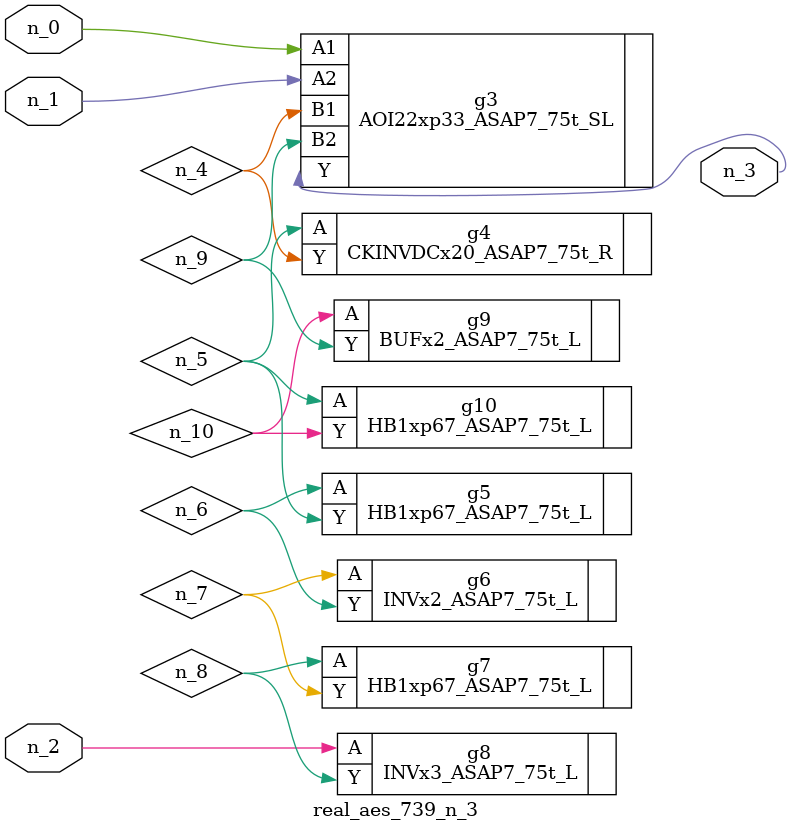
<source format=v>
module real_aes_739_n_3 (n_0, n_2, n_1, n_3);
input n_0;
input n_2;
input n_1;
output n_3;
wire n_4;
wire n_5;
wire n_7;
wire n_9;
wire n_6;
wire n_8;
wire n_10;
AOI22xp33_ASAP7_75t_SL g3 ( .A1(n_0), .A2(n_1), .B1(n_4), .B2(n_9), .Y(n_3) );
INVx3_ASAP7_75t_L g8 ( .A(n_2), .Y(n_8) );
CKINVDCx20_ASAP7_75t_R g4 ( .A(n_5), .Y(n_4) );
HB1xp67_ASAP7_75t_L g10 ( .A(n_5), .Y(n_10) );
HB1xp67_ASAP7_75t_L g5 ( .A(n_6), .Y(n_5) );
INVx2_ASAP7_75t_L g6 ( .A(n_7), .Y(n_6) );
HB1xp67_ASAP7_75t_L g7 ( .A(n_8), .Y(n_7) );
BUFx2_ASAP7_75t_L g9 ( .A(n_10), .Y(n_9) );
endmodule
</source>
